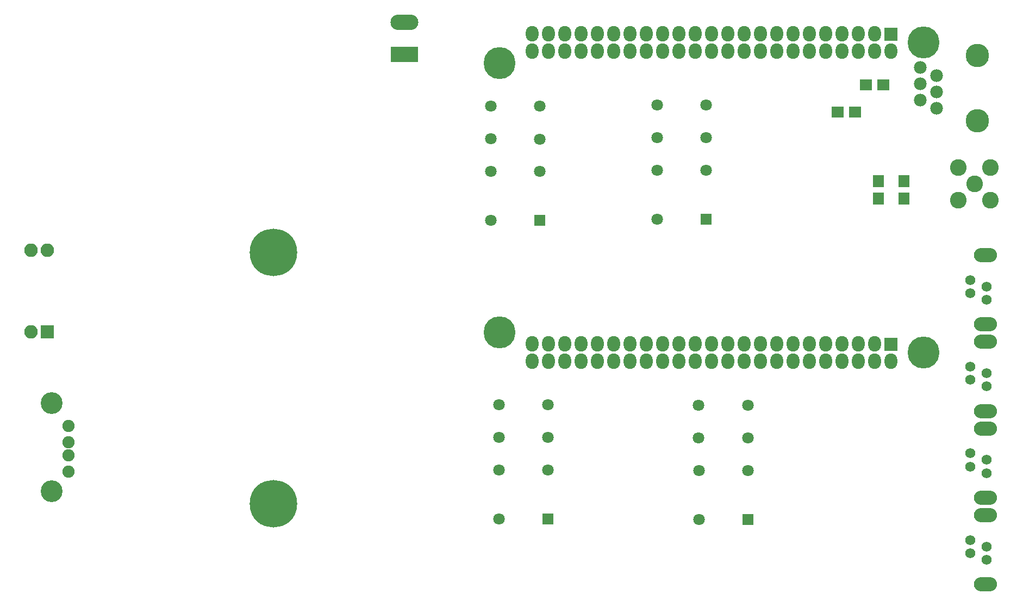
<source format=gbr>
G04 #@! TF.FileFunction,Soldermask,Top*
%FSLAX46Y46*%
G04 Gerber Fmt 4.6, Leading zero omitted, Abs format (unit mm)*
G04 Created by KiCad (PCBNEW 4.0.4+e1-6308~48~ubuntu15.10.1-stable) date Thu Jul 12 11:54:00 2018*
%MOMM*%
%LPD*%
G01*
G04 APERTURE LIST*
%ADD10C,0.100000*%
%ADD11R,2.100000X2.100000*%
%ADD12O,2.100000X2.100000*%
%ADD13R,2.000000X2.000000*%
%ADD14O,2.000000X2.400000*%
%ADD15R,1.800000X1.800000*%
%ADD16C,1.800000*%
%ADD17C,4.972000*%
%ADD18R,4.360000X2.380000*%
%ADD19O,4.360000X2.380000*%
%ADD20C,1.900000*%
%ADD21C,3.400000*%
%ADD22C,7.400000*%
%ADD23C,3.650000*%
%ADD24C,1.990000*%
%ADD25C,2.600000*%
%ADD26R,1.700000X1.900000*%
%ADD27R,1.900000X1.700000*%
%ADD28C,1.560000*%
%ADD29O,3.600000X2.200000*%
G04 APERTURE END LIST*
D10*
D11*
X66040000Y-92583000D03*
D12*
X63500000Y-92583000D03*
X66040000Y-79883000D03*
X63500000Y-79883000D03*
D13*
X197457080Y-46253400D03*
D14*
X197457080Y-48893400D03*
X194917080Y-46153400D03*
X194917080Y-48893400D03*
X192377080Y-46153400D03*
X192377080Y-48893400D03*
X189837080Y-46153400D03*
X189837080Y-48893400D03*
X187297080Y-46153400D03*
X187297080Y-48893400D03*
X184757080Y-46153400D03*
X184757080Y-48893400D03*
X182217080Y-46153400D03*
X182217080Y-48893400D03*
X179677080Y-46153400D03*
X179677080Y-48893400D03*
X177137080Y-46153400D03*
X177137080Y-48893400D03*
X174597080Y-46153400D03*
X174597080Y-48893400D03*
X172057080Y-46153400D03*
X172057080Y-48893400D03*
X169517080Y-46153400D03*
X169517080Y-48893400D03*
X166977080Y-46153400D03*
X166977080Y-48893400D03*
X164437080Y-46153400D03*
X164437080Y-48893400D03*
X161897080Y-46153400D03*
X161897080Y-48893400D03*
X159357080Y-46153400D03*
X159357080Y-48893400D03*
X156817080Y-46153400D03*
X156817080Y-48893400D03*
X154277080Y-46153400D03*
X154277080Y-48893400D03*
X151737080Y-46153400D03*
X151737080Y-48893400D03*
X149197080Y-46153400D03*
X149197080Y-48893400D03*
X146657080Y-46153400D03*
X146657080Y-48893400D03*
X144117080Y-46153400D03*
X144117080Y-48893400D03*
X141577080Y-46153400D03*
X141577080Y-48893400D03*
D13*
X197457080Y-94513400D03*
D14*
X197457080Y-97153400D03*
X194917080Y-94413400D03*
X194917080Y-97153400D03*
X192377080Y-94413400D03*
X192377080Y-97153400D03*
X189837080Y-94413400D03*
X189837080Y-97153400D03*
X187297080Y-94413400D03*
X187297080Y-97153400D03*
X184757080Y-94413400D03*
X184757080Y-97153400D03*
X182217080Y-94413400D03*
X182217080Y-97153400D03*
X179677080Y-94413400D03*
X179677080Y-97153400D03*
X177137080Y-94413400D03*
X177137080Y-97153400D03*
X174597080Y-94413400D03*
X174597080Y-97153400D03*
X172057080Y-94413400D03*
X172057080Y-97153400D03*
X169517080Y-94413400D03*
X169517080Y-97153400D03*
X166977080Y-94413400D03*
X166977080Y-97153400D03*
X164437080Y-94413400D03*
X164437080Y-97153400D03*
X161897080Y-94413400D03*
X161897080Y-97153400D03*
X159357080Y-94413400D03*
X159357080Y-97153400D03*
X156817080Y-94413400D03*
X156817080Y-97153400D03*
X154277080Y-94413400D03*
X154277080Y-97153400D03*
X151737080Y-94413400D03*
X151737080Y-97153400D03*
X149197080Y-94413400D03*
X149197080Y-97153400D03*
X146657080Y-94413400D03*
X146657080Y-97153400D03*
X144117080Y-94413400D03*
X144117080Y-97153400D03*
X141577080Y-94413400D03*
X141577080Y-97153400D03*
D15*
X142699820Y-75233060D03*
D16*
X135079820Y-75233060D03*
X142699820Y-62543060D03*
X142699820Y-57453060D03*
X142699820Y-67613060D03*
X135069820Y-62523060D03*
X135069820Y-57443060D03*
X135079820Y-67613060D03*
D17*
X136497080Y-92608400D03*
X202537080Y-95783400D03*
X202537080Y-47523400D03*
X136497080Y-50698400D03*
D18*
X121615200Y-49339500D03*
D19*
X121615200Y-44339500D03*
D20*
X69352160Y-114275120D03*
X69352160Y-111735120D03*
X69352160Y-109705120D03*
X69352160Y-107165120D03*
D21*
X66682160Y-117325120D03*
X66682160Y-103605120D03*
D15*
X144033240Y-121679500D03*
D16*
X136413240Y-121679500D03*
X144033240Y-108989500D03*
X144033240Y-103899500D03*
X144033240Y-114059500D03*
X136403240Y-108969500D03*
X136403240Y-103889500D03*
X136413240Y-114059500D03*
D15*
X175120340Y-121791260D03*
D16*
X167500340Y-121791260D03*
X175120340Y-109101260D03*
X175120340Y-104011260D03*
X175120340Y-114171260D03*
X167490340Y-109081260D03*
X167490340Y-104001260D03*
X167500340Y-114171260D03*
D15*
X168656000Y-75057000D03*
D16*
X161036000Y-75057000D03*
X168656000Y-62367000D03*
X168656000Y-57277000D03*
X168656000Y-67437000D03*
X161026000Y-62347000D03*
X161026000Y-57267000D03*
X161036000Y-67437000D03*
D22*
X101242000Y-119335000D03*
X101242000Y-80235000D03*
D23*
X210926480Y-49529240D03*
D24*
X202036480Y-51439240D03*
X204576480Y-52709240D03*
X202036480Y-53979240D03*
X204576480Y-55249240D03*
X202036480Y-56519240D03*
X204576480Y-57789240D03*
D23*
X210926480Y-59689240D03*
D25*
X212949800Y-67025500D03*
X207949800Y-67025500D03*
X207949800Y-72025500D03*
X212949800Y-72025500D03*
X210449800Y-69525500D03*
D26*
X195496180Y-69086740D03*
X195496180Y-71786740D03*
X199463660Y-71786740D03*
X199463660Y-69086740D03*
D27*
X193550000Y-54150000D03*
X196250000Y-54150000D03*
X191850000Y-58325000D03*
X189150000Y-58325000D03*
D28*
X209786480Y-86510000D03*
X209786480Y-84470000D03*
X212336480Y-85490000D03*
X212336480Y-87530000D03*
D29*
X212136480Y-91380000D03*
X212136480Y-80620000D03*
D28*
X209786480Y-100010000D03*
X209786480Y-97970000D03*
X212336480Y-98990000D03*
X212336480Y-101030000D03*
D29*
X212136480Y-104880000D03*
X212136480Y-94120000D03*
D28*
X209786480Y-113510000D03*
X209786480Y-111470000D03*
X212336480Y-112490000D03*
X212336480Y-114530000D03*
D29*
X212136480Y-118380000D03*
X212136480Y-107620000D03*
D28*
X209786480Y-127010000D03*
X209786480Y-124970000D03*
X212336480Y-125990000D03*
X212336480Y-128030000D03*
D29*
X212136480Y-131880000D03*
X212136480Y-121120000D03*
M02*

</source>
